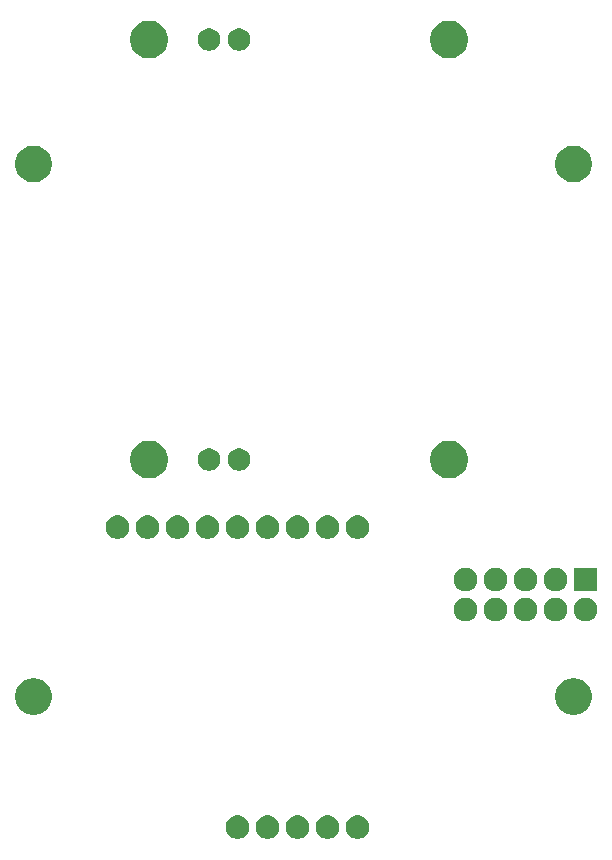
<source format=gbr>
G04 #@! TF.GenerationSoftware,KiCad,Pcbnew,(5.0.1-3-g963ef8bb5)*
G04 #@! TF.CreationDate,2019-04-02T14:04:59+07:00*
G04 #@! TF.ProjectId,STMaytal32-LoRa_Module_v2,53544D617974616C33322D4C6F52615F,rev?*
G04 #@! TF.SameCoordinates,Original*
G04 #@! TF.FileFunction,Soldermask,Top*
G04 #@! TF.FilePolarity,Negative*
%FSLAX46Y46*%
G04 Gerber Fmt 4.6, Leading zero omitted, Abs format (unit mm)*
G04 Created by KiCad (PCBNEW (5.0.1-3-g963ef8bb5)) date Tuesday, April 02, 2019 at 02:04:59 PM*
%MOMM*%
%LPD*%
G01*
G04 APERTURE LIST*
%ADD10C,0.100000*%
G04 APERTURE END LIST*
D10*
G36*
X149220988Y-133240304D02*
X149390710Y-133274063D01*
X149573336Y-133349709D01*
X149737694Y-133459530D01*
X149877470Y-133599306D01*
X149987291Y-133763664D01*
X150062937Y-133946290D01*
X150101500Y-134140164D01*
X150101500Y-134337836D01*
X150062937Y-134531710D01*
X149987291Y-134714336D01*
X149877470Y-134878694D01*
X149737694Y-135018470D01*
X149573336Y-135128291D01*
X149390710Y-135203937D01*
X149220988Y-135237696D01*
X149196837Y-135242500D01*
X148999163Y-135242500D01*
X148975012Y-135237696D01*
X148805290Y-135203937D01*
X148622664Y-135128291D01*
X148458306Y-135018470D01*
X148318530Y-134878694D01*
X148208709Y-134714336D01*
X148133063Y-134531710D01*
X148094500Y-134337836D01*
X148094500Y-134140164D01*
X148133063Y-133946290D01*
X148208709Y-133763664D01*
X148318530Y-133599306D01*
X148458306Y-133459530D01*
X148622664Y-133349709D01*
X148805290Y-133274063D01*
X148975012Y-133240304D01*
X148999163Y-133235500D01*
X149196837Y-133235500D01*
X149220988Y-133240304D01*
X149220988Y-133240304D01*
G37*
G36*
X146680988Y-133240304D02*
X146850710Y-133274063D01*
X147033336Y-133349709D01*
X147197694Y-133459530D01*
X147337470Y-133599306D01*
X147447291Y-133763664D01*
X147522937Y-133946290D01*
X147561500Y-134140164D01*
X147561500Y-134337836D01*
X147522937Y-134531710D01*
X147447291Y-134714336D01*
X147337470Y-134878694D01*
X147197694Y-135018470D01*
X147033336Y-135128291D01*
X146850710Y-135203937D01*
X146680988Y-135237696D01*
X146656837Y-135242500D01*
X146459163Y-135242500D01*
X146435012Y-135237696D01*
X146265290Y-135203937D01*
X146082664Y-135128291D01*
X145918306Y-135018470D01*
X145778530Y-134878694D01*
X145668709Y-134714336D01*
X145593063Y-134531710D01*
X145554500Y-134337836D01*
X145554500Y-134140164D01*
X145593063Y-133946290D01*
X145668709Y-133763664D01*
X145778530Y-133599306D01*
X145918306Y-133459530D01*
X146082664Y-133349709D01*
X146265290Y-133274063D01*
X146435012Y-133240304D01*
X146459163Y-133235500D01*
X146656837Y-133235500D01*
X146680988Y-133240304D01*
X146680988Y-133240304D01*
G37*
G36*
X144140988Y-133240304D02*
X144310710Y-133274063D01*
X144493336Y-133349709D01*
X144657694Y-133459530D01*
X144797470Y-133599306D01*
X144907291Y-133763664D01*
X144982937Y-133946290D01*
X145021500Y-134140164D01*
X145021500Y-134337836D01*
X144982937Y-134531710D01*
X144907291Y-134714336D01*
X144797470Y-134878694D01*
X144657694Y-135018470D01*
X144493336Y-135128291D01*
X144310710Y-135203937D01*
X144140988Y-135237696D01*
X144116837Y-135242500D01*
X143919163Y-135242500D01*
X143895012Y-135237696D01*
X143725290Y-135203937D01*
X143542664Y-135128291D01*
X143378306Y-135018470D01*
X143238530Y-134878694D01*
X143128709Y-134714336D01*
X143053063Y-134531710D01*
X143014500Y-134337836D01*
X143014500Y-134140164D01*
X143053063Y-133946290D01*
X143128709Y-133763664D01*
X143238530Y-133599306D01*
X143378306Y-133459530D01*
X143542664Y-133349709D01*
X143725290Y-133274063D01*
X143895012Y-133240304D01*
X143919163Y-133235500D01*
X144116837Y-133235500D01*
X144140988Y-133240304D01*
X144140988Y-133240304D01*
G37*
G36*
X141600988Y-133240304D02*
X141770710Y-133274063D01*
X141953336Y-133349709D01*
X142117694Y-133459530D01*
X142257470Y-133599306D01*
X142367291Y-133763664D01*
X142442937Y-133946290D01*
X142481500Y-134140164D01*
X142481500Y-134337836D01*
X142442937Y-134531710D01*
X142367291Y-134714336D01*
X142257470Y-134878694D01*
X142117694Y-135018470D01*
X141953336Y-135128291D01*
X141770710Y-135203937D01*
X141600988Y-135237696D01*
X141576837Y-135242500D01*
X141379163Y-135242500D01*
X141355012Y-135237696D01*
X141185290Y-135203937D01*
X141002664Y-135128291D01*
X140838306Y-135018470D01*
X140698530Y-134878694D01*
X140588709Y-134714336D01*
X140513063Y-134531710D01*
X140474500Y-134337836D01*
X140474500Y-134140164D01*
X140513063Y-133946290D01*
X140588709Y-133763664D01*
X140698530Y-133599306D01*
X140838306Y-133459530D01*
X141002664Y-133349709D01*
X141185290Y-133274063D01*
X141355012Y-133240304D01*
X141379163Y-133235500D01*
X141576837Y-133235500D01*
X141600988Y-133240304D01*
X141600988Y-133240304D01*
G37*
G36*
X139060988Y-133240304D02*
X139230710Y-133274063D01*
X139413336Y-133349709D01*
X139577694Y-133459530D01*
X139717470Y-133599306D01*
X139827291Y-133763664D01*
X139902937Y-133946290D01*
X139941500Y-134140164D01*
X139941500Y-134337836D01*
X139902937Y-134531710D01*
X139827291Y-134714336D01*
X139717470Y-134878694D01*
X139577694Y-135018470D01*
X139413336Y-135128291D01*
X139230710Y-135203937D01*
X139060988Y-135237696D01*
X139036837Y-135242500D01*
X138839163Y-135242500D01*
X138815012Y-135237696D01*
X138645290Y-135203937D01*
X138462664Y-135128291D01*
X138298306Y-135018470D01*
X138158530Y-134878694D01*
X138048709Y-134714336D01*
X137973063Y-134531710D01*
X137934500Y-134337836D01*
X137934500Y-134140164D01*
X137973063Y-133946290D01*
X138048709Y-133763664D01*
X138158530Y-133599306D01*
X138298306Y-133459530D01*
X138462664Y-133349709D01*
X138645290Y-133274063D01*
X138815012Y-133240304D01*
X138839163Y-133235500D01*
X139036837Y-133235500D01*
X139060988Y-133240304D01*
X139060988Y-133240304D01*
G37*
G36*
X167738527Y-121678736D02*
X167838410Y-121698604D01*
X168120674Y-121815521D01*
X168374705Y-121985259D01*
X168590741Y-122201295D01*
X168760479Y-122455326D01*
X168877396Y-122737590D01*
X168937000Y-123037240D01*
X168937000Y-123342760D01*
X168877396Y-123642410D01*
X168760479Y-123924674D01*
X168590741Y-124178705D01*
X168374705Y-124394741D01*
X168120674Y-124564479D01*
X167838410Y-124681396D01*
X167738527Y-124701264D01*
X167538762Y-124741000D01*
X167233238Y-124741000D01*
X167033473Y-124701264D01*
X166933590Y-124681396D01*
X166651326Y-124564479D01*
X166397295Y-124394741D01*
X166181259Y-124178705D01*
X166011521Y-123924674D01*
X165894604Y-123642410D01*
X165835000Y-123342760D01*
X165835000Y-123037240D01*
X165894604Y-122737590D01*
X166011521Y-122455326D01*
X166181259Y-122201295D01*
X166397295Y-121985259D01*
X166651326Y-121815521D01*
X166933590Y-121698604D01*
X167033473Y-121678736D01*
X167233238Y-121639000D01*
X167538762Y-121639000D01*
X167738527Y-121678736D01*
X167738527Y-121678736D01*
G37*
G36*
X122018527Y-121678736D02*
X122118410Y-121698604D01*
X122400674Y-121815521D01*
X122654705Y-121985259D01*
X122870741Y-122201295D01*
X123040479Y-122455326D01*
X123157396Y-122737590D01*
X123217000Y-123037240D01*
X123217000Y-123342760D01*
X123157396Y-123642410D01*
X123040479Y-123924674D01*
X122870741Y-124178705D01*
X122654705Y-124394741D01*
X122400674Y-124564479D01*
X122118410Y-124681396D01*
X122018527Y-124701264D01*
X121818762Y-124741000D01*
X121513238Y-124741000D01*
X121313473Y-124701264D01*
X121213590Y-124681396D01*
X120931326Y-124564479D01*
X120677295Y-124394741D01*
X120461259Y-124178705D01*
X120291521Y-123924674D01*
X120174604Y-123642410D01*
X120115000Y-123342760D01*
X120115000Y-123037240D01*
X120174604Y-122737590D01*
X120291521Y-122455326D01*
X120461259Y-122201295D01*
X120677295Y-121985259D01*
X120931326Y-121815521D01*
X121213590Y-121698604D01*
X121313473Y-121678736D01*
X121513238Y-121639000D01*
X121818762Y-121639000D01*
X122018527Y-121678736D01*
X122018527Y-121678736D01*
G37*
G36*
X163444988Y-114825304D02*
X163614710Y-114859063D01*
X163797336Y-114934709D01*
X163961694Y-115044530D01*
X164101470Y-115184306D01*
X164211291Y-115348664D01*
X164286937Y-115531290D01*
X164325500Y-115725164D01*
X164325500Y-115922836D01*
X164286937Y-116116710D01*
X164211291Y-116299336D01*
X164101470Y-116463694D01*
X163961694Y-116603470D01*
X163797336Y-116713291D01*
X163614710Y-116788937D01*
X163444988Y-116822696D01*
X163420837Y-116827500D01*
X163223163Y-116827500D01*
X163199012Y-116822696D01*
X163029290Y-116788937D01*
X162846664Y-116713291D01*
X162682306Y-116603470D01*
X162542530Y-116463694D01*
X162432709Y-116299336D01*
X162357063Y-116116710D01*
X162318500Y-115922836D01*
X162318500Y-115725164D01*
X162357063Y-115531290D01*
X162432709Y-115348664D01*
X162542530Y-115184306D01*
X162682306Y-115044530D01*
X162846664Y-114934709D01*
X163029290Y-114859063D01*
X163199012Y-114825304D01*
X163223163Y-114820500D01*
X163420837Y-114820500D01*
X163444988Y-114825304D01*
X163444988Y-114825304D01*
G37*
G36*
X158364988Y-114825304D02*
X158534710Y-114859063D01*
X158717336Y-114934709D01*
X158881694Y-115044530D01*
X159021470Y-115184306D01*
X159131291Y-115348664D01*
X159206937Y-115531290D01*
X159245500Y-115725164D01*
X159245500Y-115922836D01*
X159206937Y-116116710D01*
X159131291Y-116299336D01*
X159021470Y-116463694D01*
X158881694Y-116603470D01*
X158717336Y-116713291D01*
X158534710Y-116788937D01*
X158364988Y-116822696D01*
X158340837Y-116827500D01*
X158143163Y-116827500D01*
X158119012Y-116822696D01*
X157949290Y-116788937D01*
X157766664Y-116713291D01*
X157602306Y-116603470D01*
X157462530Y-116463694D01*
X157352709Y-116299336D01*
X157277063Y-116116710D01*
X157238500Y-115922836D01*
X157238500Y-115725164D01*
X157277063Y-115531290D01*
X157352709Y-115348664D01*
X157462530Y-115184306D01*
X157602306Y-115044530D01*
X157766664Y-114934709D01*
X157949290Y-114859063D01*
X158119012Y-114825304D01*
X158143163Y-114820500D01*
X158340837Y-114820500D01*
X158364988Y-114825304D01*
X158364988Y-114825304D01*
G37*
G36*
X168524988Y-114825304D02*
X168694710Y-114859063D01*
X168877336Y-114934709D01*
X169041694Y-115044530D01*
X169181470Y-115184306D01*
X169291291Y-115348664D01*
X169366937Y-115531290D01*
X169405500Y-115725164D01*
X169405500Y-115922836D01*
X169366937Y-116116710D01*
X169291291Y-116299336D01*
X169181470Y-116463694D01*
X169041694Y-116603470D01*
X168877336Y-116713291D01*
X168694710Y-116788937D01*
X168524988Y-116822696D01*
X168500837Y-116827500D01*
X168303163Y-116827500D01*
X168279012Y-116822696D01*
X168109290Y-116788937D01*
X167926664Y-116713291D01*
X167762306Y-116603470D01*
X167622530Y-116463694D01*
X167512709Y-116299336D01*
X167437063Y-116116710D01*
X167398500Y-115922836D01*
X167398500Y-115725164D01*
X167437063Y-115531290D01*
X167512709Y-115348664D01*
X167622530Y-115184306D01*
X167762306Y-115044530D01*
X167926664Y-114934709D01*
X168109290Y-114859063D01*
X168279012Y-114825304D01*
X168303163Y-114820500D01*
X168500837Y-114820500D01*
X168524988Y-114825304D01*
X168524988Y-114825304D01*
G37*
G36*
X165984988Y-114825304D02*
X166154710Y-114859063D01*
X166337336Y-114934709D01*
X166501694Y-115044530D01*
X166641470Y-115184306D01*
X166751291Y-115348664D01*
X166826937Y-115531290D01*
X166865500Y-115725164D01*
X166865500Y-115922836D01*
X166826937Y-116116710D01*
X166751291Y-116299336D01*
X166641470Y-116463694D01*
X166501694Y-116603470D01*
X166337336Y-116713291D01*
X166154710Y-116788937D01*
X165984988Y-116822696D01*
X165960837Y-116827500D01*
X165763163Y-116827500D01*
X165739012Y-116822696D01*
X165569290Y-116788937D01*
X165386664Y-116713291D01*
X165222306Y-116603470D01*
X165082530Y-116463694D01*
X164972709Y-116299336D01*
X164897063Y-116116710D01*
X164858500Y-115922836D01*
X164858500Y-115725164D01*
X164897063Y-115531290D01*
X164972709Y-115348664D01*
X165082530Y-115184306D01*
X165222306Y-115044530D01*
X165386664Y-114934709D01*
X165569290Y-114859063D01*
X165739012Y-114825304D01*
X165763163Y-114820500D01*
X165960837Y-114820500D01*
X165984988Y-114825304D01*
X165984988Y-114825304D01*
G37*
G36*
X160904988Y-114825304D02*
X161074710Y-114859063D01*
X161257336Y-114934709D01*
X161421694Y-115044530D01*
X161561470Y-115184306D01*
X161671291Y-115348664D01*
X161746937Y-115531290D01*
X161785500Y-115725164D01*
X161785500Y-115922836D01*
X161746937Y-116116710D01*
X161671291Y-116299336D01*
X161561470Y-116463694D01*
X161421694Y-116603470D01*
X161257336Y-116713291D01*
X161074710Y-116788937D01*
X160904988Y-116822696D01*
X160880837Y-116827500D01*
X160683163Y-116827500D01*
X160659012Y-116822696D01*
X160489290Y-116788937D01*
X160306664Y-116713291D01*
X160142306Y-116603470D01*
X160002530Y-116463694D01*
X159892709Y-116299336D01*
X159817063Y-116116710D01*
X159778500Y-115922836D01*
X159778500Y-115725164D01*
X159817063Y-115531290D01*
X159892709Y-115348664D01*
X160002530Y-115184306D01*
X160142306Y-115044530D01*
X160306664Y-114934709D01*
X160489290Y-114859063D01*
X160659012Y-114825304D01*
X160683163Y-114820500D01*
X160880837Y-114820500D01*
X160904988Y-114825304D01*
X160904988Y-114825304D01*
G37*
G36*
X160904988Y-112285304D02*
X161074710Y-112319063D01*
X161257336Y-112394709D01*
X161421694Y-112504530D01*
X161561470Y-112644306D01*
X161671291Y-112808664D01*
X161746937Y-112991290D01*
X161785500Y-113185164D01*
X161785500Y-113382836D01*
X161746937Y-113576710D01*
X161671291Y-113759336D01*
X161561470Y-113923694D01*
X161421694Y-114063470D01*
X161257336Y-114173291D01*
X161074710Y-114248937D01*
X160904988Y-114282696D01*
X160880837Y-114287500D01*
X160683163Y-114287500D01*
X160659012Y-114282696D01*
X160489290Y-114248937D01*
X160306664Y-114173291D01*
X160142306Y-114063470D01*
X160002530Y-113923694D01*
X159892709Y-113759336D01*
X159817063Y-113576710D01*
X159778500Y-113382836D01*
X159778500Y-113185164D01*
X159817063Y-112991290D01*
X159892709Y-112808664D01*
X160002530Y-112644306D01*
X160142306Y-112504530D01*
X160306664Y-112394709D01*
X160489290Y-112319063D01*
X160659012Y-112285304D01*
X160683163Y-112280500D01*
X160880837Y-112280500D01*
X160904988Y-112285304D01*
X160904988Y-112285304D01*
G37*
G36*
X163444988Y-112285304D02*
X163614710Y-112319063D01*
X163797336Y-112394709D01*
X163961694Y-112504530D01*
X164101470Y-112644306D01*
X164211291Y-112808664D01*
X164286937Y-112991290D01*
X164325500Y-113185164D01*
X164325500Y-113382836D01*
X164286937Y-113576710D01*
X164211291Y-113759336D01*
X164101470Y-113923694D01*
X163961694Y-114063470D01*
X163797336Y-114173291D01*
X163614710Y-114248937D01*
X163444988Y-114282696D01*
X163420837Y-114287500D01*
X163223163Y-114287500D01*
X163199012Y-114282696D01*
X163029290Y-114248937D01*
X162846664Y-114173291D01*
X162682306Y-114063470D01*
X162542530Y-113923694D01*
X162432709Y-113759336D01*
X162357063Y-113576710D01*
X162318500Y-113382836D01*
X162318500Y-113185164D01*
X162357063Y-112991290D01*
X162432709Y-112808664D01*
X162542530Y-112644306D01*
X162682306Y-112504530D01*
X162846664Y-112394709D01*
X163029290Y-112319063D01*
X163199012Y-112285304D01*
X163223163Y-112280500D01*
X163420837Y-112280500D01*
X163444988Y-112285304D01*
X163444988Y-112285304D01*
G37*
G36*
X158364988Y-112285304D02*
X158534710Y-112319063D01*
X158717336Y-112394709D01*
X158881694Y-112504530D01*
X159021470Y-112644306D01*
X159131291Y-112808664D01*
X159206937Y-112991290D01*
X159245500Y-113185164D01*
X159245500Y-113382836D01*
X159206937Y-113576710D01*
X159131291Y-113759336D01*
X159021470Y-113923694D01*
X158881694Y-114063470D01*
X158717336Y-114173291D01*
X158534710Y-114248937D01*
X158364988Y-114282696D01*
X158340837Y-114287500D01*
X158143163Y-114287500D01*
X158119012Y-114282696D01*
X157949290Y-114248937D01*
X157766664Y-114173291D01*
X157602306Y-114063470D01*
X157462530Y-113923694D01*
X157352709Y-113759336D01*
X157277063Y-113576710D01*
X157238500Y-113382836D01*
X157238500Y-113185164D01*
X157277063Y-112991290D01*
X157352709Y-112808664D01*
X157462530Y-112644306D01*
X157602306Y-112504530D01*
X157766664Y-112394709D01*
X157949290Y-112319063D01*
X158119012Y-112285304D01*
X158143163Y-112280500D01*
X158340837Y-112280500D01*
X158364988Y-112285304D01*
X158364988Y-112285304D01*
G37*
G36*
X169405500Y-114287500D02*
X167398500Y-114287500D01*
X167398500Y-112280500D01*
X169405500Y-112280500D01*
X169405500Y-114287500D01*
X169405500Y-114287500D01*
G37*
G36*
X165984988Y-112285304D02*
X166154710Y-112319063D01*
X166337336Y-112394709D01*
X166501694Y-112504530D01*
X166641470Y-112644306D01*
X166751291Y-112808664D01*
X166826937Y-112991290D01*
X166865500Y-113185164D01*
X166865500Y-113382836D01*
X166826937Y-113576710D01*
X166751291Y-113759336D01*
X166641470Y-113923694D01*
X166501694Y-114063470D01*
X166337336Y-114173291D01*
X166154710Y-114248937D01*
X165984988Y-114282696D01*
X165960837Y-114287500D01*
X165763163Y-114287500D01*
X165739012Y-114282696D01*
X165569290Y-114248937D01*
X165386664Y-114173291D01*
X165222306Y-114063470D01*
X165082530Y-113923694D01*
X164972709Y-113759336D01*
X164897063Y-113576710D01*
X164858500Y-113382836D01*
X164858500Y-113185164D01*
X164897063Y-112991290D01*
X164972709Y-112808664D01*
X165082530Y-112644306D01*
X165222306Y-112504530D01*
X165386664Y-112394709D01*
X165569290Y-112319063D01*
X165739012Y-112285304D01*
X165763163Y-112280500D01*
X165960837Y-112280500D01*
X165984988Y-112285304D01*
X165984988Y-112285304D01*
G37*
G36*
X128900988Y-107840304D02*
X129070710Y-107874063D01*
X129253336Y-107949709D01*
X129417694Y-108059530D01*
X129557470Y-108199306D01*
X129667291Y-108363664D01*
X129742937Y-108546290D01*
X129781500Y-108740164D01*
X129781500Y-108937836D01*
X129742937Y-109131710D01*
X129667291Y-109314336D01*
X129557470Y-109478694D01*
X129417694Y-109618470D01*
X129253336Y-109728291D01*
X129070710Y-109803937D01*
X128900988Y-109837696D01*
X128876837Y-109842500D01*
X128679163Y-109842500D01*
X128655012Y-109837696D01*
X128485290Y-109803937D01*
X128302664Y-109728291D01*
X128138306Y-109618470D01*
X127998530Y-109478694D01*
X127888709Y-109314336D01*
X127813063Y-109131710D01*
X127774500Y-108937836D01*
X127774500Y-108740164D01*
X127813063Y-108546290D01*
X127888709Y-108363664D01*
X127998530Y-108199306D01*
X128138306Y-108059530D01*
X128302664Y-107949709D01*
X128485290Y-107874063D01*
X128655012Y-107840304D01*
X128679163Y-107835500D01*
X128876837Y-107835500D01*
X128900988Y-107840304D01*
X128900988Y-107840304D01*
G37*
G36*
X139060988Y-107840304D02*
X139230710Y-107874063D01*
X139413336Y-107949709D01*
X139577694Y-108059530D01*
X139717470Y-108199306D01*
X139827291Y-108363664D01*
X139902937Y-108546290D01*
X139941500Y-108740164D01*
X139941500Y-108937836D01*
X139902937Y-109131710D01*
X139827291Y-109314336D01*
X139717470Y-109478694D01*
X139577694Y-109618470D01*
X139413336Y-109728291D01*
X139230710Y-109803937D01*
X139060988Y-109837696D01*
X139036837Y-109842500D01*
X138839163Y-109842500D01*
X138815012Y-109837696D01*
X138645290Y-109803937D01*
X138462664Y-109728291D01*
X138298306Y-109618470D01*
X138158530Y-109478694D01*
X138048709Y-109314336D01*
X137973063Y-109131710D01*
X137934500Y-108937836D01*
X137934500Y-108740164D01*
X137973063Y-108546290D01*
X138048709Y-108363664D01*
X138158530Y-108199306D01*
X138298306Y-108059530D01*
X138462664Y-107949709D01*
X138645290Y-107874063D01*
X138815012Y-107840304D01*
X138839163Y-107835500D01*
X139036837Y-107835500D01*
X139060988Y-107840304D01*
X139060988Y-107840304D01*
G37*
G36*
X133980988Y-107840304D02*
X134150710Y-107874063D01*
X134333336Y-107949709D01*
X134497694Y-108059530D01*
X134637470Y-108199306D01*
X134747291Y-108363664D01*
X134822937Y-108546290D01*
X134861500Y-108740164D01*
X134861500Y-108937836D01*
X134822937Y-109131710D01*
X134747291Y-109314336D01*
X134637470Y-109478694D01*
X134497694Y-109618470D01*
X134333336Y-109728291D01*
X134150710Y-109803937D01*
X133980988Y-109837696D01*
X133956837Y-109842500D01*
X133759163Y-109842500D01*
X133735012Y-109837696D01*
X133565290Y-109803937D01*
X133382664Y-109728291D01*
X133218306Y-109618470D01*
X133078530Y-109478694D01*
X132968709Y-109314336D01*
X132893063Y-109131710D01*
X132854500Y-108937836D01*
X132854500Y-108740164D01*
X132893063Y-108546290D01*
X132968709Y-108363664D01*
X133078530Y-108199306D01*
X133218306Y-108059530D01*
X133382664Y-107949709D01*
X133565290Y-107874063D01*
X133735012Y-107840304D01*
X133759163Y-107835500D01*
X133956837Y-107835500D01*
X133980988Y-107840304D01*
X133980988Y-107840304D01*
G37*
G36*
X136520988Y-107840304D02*
X136690710Y-107874063D01*
X136873336Y-107949709D01*
X137037694Y-108059530D01*
X137177470Y-108199306D01*
X137287291Y-108363664D01*
X137362937Y-108546290D01*
X137401500Y-108740164D01*
X137401500Y-108937836D01*
X137362937Y-109131710D01*
X137287291Y-109314336D01*
X137177470Y-109478694D01*
X137037694Y-109618470D01*
X136873336Y-109728291D01*
X136690710Y-109803937D01*
X136520988Y-109837696D01*
X136496837Y-109842500D01*
X136299163Y-109842500D01*
X136275012Y-109837696D01*
X136105290Y-109803937D01*
X135922664Y-109728291D01*
X135758306Y-109618470D01*
X135618530Y-109478694D01*
X135508709Y-109314336D01*
X135433063Y-109131710D01*
X135394500Y-108937836D01*
X135394500Y-108740164D01*
X135433063Y-108546290D01*
X135508709Y-108363664D01*
X135618530Y-108199306D01*
X135758306Y-108059530D01*
X135922664Y-107949709D01*
X136105290Y-107874063D01*
X136275012Y-107840304D01*
X136299163Y-107835500D01*
X136496837Y-107835500D01*
X136520988Y-107840304D01*
X136520988Y-107840304D01*
G37*
G36*
X141600988Y-107840304D02*
X141770710Y-107874063D01*
X141953336Y-107949709D01*
X142117694Y-108059530D01*
X142257470Y-108199306D01*
X142367291Y-108363664D01*
X142442937Y-108546290D01*
X142481500Y-108740164D01*
X142481500Y-108937836D01*
X142442937Y-109131710D01*
X142367291Y-109314336D01*
X142257470Y-109478694D01*
X142117694Y-109618470D01*
X141953336Y-109728291D01*
X141770710Y-109803937D01*
X141600988Y-109837696D01*
X141576837Y-109842500D01*
X141379163Y-109842500D01*
X141355012Y-109837696D01*
X141185290Y-109803937D01*
X141002664Y-109728291D01*
X140838306Y-109618470D01*
X140698530Y-109478694D01*
X140588709Y-109314336D01*
X140513063Y-109131710D01*
X140474500Y-108937836D01*
X140474500Y-108740164D01*
X140513063Y-108546290D01*
X140588709Y-108363664D01*
X140698530Y-108199306D01*
X140838306Y-108059530D01*
X141002664Y-107949709D01*
X141185290Y-107874063D01*
X141355012Y-107840304D01*
X141379163Y-107835500D01*
X141576837Y-107835500D01*
X141600988Y-107840304D01*
X141600988Y-107840304D01*
G37*
G36*
X131440988Y-107840304D02*
X131610710Y-107874063D01*
X131793336Y-107949709D01*
X131957694Y-108059530D01*
X132097470Y-108199306D01*
X132207291Y-108363664D01*
X132282937Y-108546290D01*
X132321500Y-108740164D01*
X132321500Y-108937836D01*
X132282937Y-109131710D01*
X132207291Y-109314336D01*
X132097470Y-109478694D01*
X131957694Y-109618470D01*
X131793336Y-109728291D01*
X131610710Y-109803937D01*
X131440988Y-109837696D01*
X131416837Y-109842500D01*
X131219163Y-109842500D01*
X131195012Y-109837696D01*
X131025290Y-109803937D01*
X130842664Y-109728291D01*
X130678306Y-109618470D01*
X130538530Y-109478694D01*
X130428709Y-109314336D01*
X130353063Y-109131710D01*
X130314500Y-108937836D01*
X130314500Y-108740164D01*
X130353063Y-108546290D01*
X130428709Y-108363664D01*
X130538530Y-108199306D01*
X130678306Y-108059530D01*
X130842664Y-107949709D01*
X131025290Y-107874063D01*
X131195012Y-107840304D01*
X131219163Y-107835500D01*
X131416837Y-107835500D01*
X131440988Y-107840304D01*
X131440988Y-107840304D01*
G37*
G36*
X149220988Y-107840304D02*
X149390710Y-107874063D01*
X149573336Y-107949709D01*
X149737694Y-108059530D01*
X149877470Y-108199306D01*
X149987291Y-108363664D01*
X150062937Y-108546290D01*
X150101500Y-108740164D01*
X150101500Y-108937836D01*
X150062937Y-109131710D01*
X149987291Y-109314336D01*
X149877470Y-109478694D01*
X149737694Y-109618470D01*
X149573336Y-109728291D01*
X149390710Y-109803937D01*
X149220988Y-109837696D01*
X149196837Y-109842500D01*
X148999163Y-109842500D01*
X148975012Y-109837696D01*
X148805290Y-109803937D01*
X148622664Y-109728291D01*
X148458306Y-109618470D01*
X148318530Y-109478694D01*
X148208709Y-109314336D01*
X148133063Y-109131710D01*
X148094500Y-108937836D01*
X148094500Y-108740164D01*
X148133063Y-108546290D01*
X148208709Y-108363664D01*
X148318530Y-108199306D01*
X148458306Y-108059530D01*
X148622664Y-107949709D01*
X148805290Y-107874063D01*
X148975012Y-107840304D01*
X148999163Y-107835500D01*
X149196837Y-107835500D01*
X149220988Y-107840304D01*
X149220988Y-107840304D01*
G37*
G36*
X146680988Y-107840304D02*
X146850710Y-107874063D01*
X147033336Y-107949709D01*
X147197694Y-108059530D01*
X147337470Y-108199306D01*
X147447291Y-108363664D01*
X147522937Y-108546290D01*
X147561500Y-108740164D01*
X147561500Y-108937836D01*
X147522937Y-109131710D01*
X147447291Y-109314336D01*
X147337470Y-109478694D01*
X147197694Y-109618470D01*
X147033336Y-109728291D01*
X146850710Y-109803937D01*
X146680988Y-109837696D01*
X146656837Y-109842500D01*
X146459163Y-109842500D01*
X146435012Y-109837696D01*
X146265290Y-109803937D01*
X146082664Y-109728291D01*
X145918306Y-109618470D01*
X145778530Y-109478694D01*
X145668709Y-109314336D01*
X145593063Y-109131710D01*
X145554500Y-108937836D01*
X145554500Y-108740164D01*
X145593063Y-108546290D01*
X145668709Y-108363664D01*
X145778530Y-108199306D01*
X145918306Y-108059530D01*
X146082664Y-107949709D01*
X146265290Y-107874063D01*
X146435012Y-107840304D01*
X146459163Y-107835500D01*
X146656837Y-107835500D01*
X146680988Y-107840304D01*
X146680988Y-107840304D01*
G37*
G36*
X144140988Y-107840304D02*
X144310710Y-107874063D01*
X144493336Y-107949709D01*
X144657694Y-108059530D01*
X144797470Y-108199306D01*
X144907291Y-108363664D01*
X144982937Y-108546290D01*
X145021500Y-108740164D01*
X145021500Y-108937836D01*
X144982937Y-109131710D01*
X144907291Y-109314336D01*
X144797470Y-109478694D01*
X144657694Y-109618470D01*
X144493336Y-109728291D01*
X144310710Y-109803937D01*
X144140988Y-109837696D01*
X144116837Y-109842500D01*
X143919163Y-109842500D01*
X143895012Y-109837696D01*
X143725290Y-109803937D01*
X143542664Y-109728291D01*
X143378306Y-109618470D01*
X143238530Y-109478694D01*
X143128709Y-109314336D01*
X143053063Y-109131710D01*
X143014500Y-108937836D01*
X143014500Y-108740164D01*
X143053063Y-108546290D01*
X143128709Y-108363664D01*
X143238530Y-108199306D01*
X143378306Y-108059530D01*
X143542664Y-107949709D01*
X143725290Y-107874063D01*
X143895012Y-107840304D01*
X143919163Y-107835500D01*
X144116837Y-107835500D01*
X144140988Y-107840304D01*
X144140988Y-107840304D01*
G37*
G36*
X157311995Y-101584525D02*
X157603358Y-101705212D01*
X157865578Y-101880422D01*
X158088578Y-102103422D01*
X158263788Y-102365642D01*
X158384475Y-102657005D01*
X158446000Y-102966315D01*
X158446000Y-103281685D01*
X158384475Y-103590995D01*
X158263788Y-103882358D01*
X158088578Y-104144578D01*
X157865578Y-104367578D01*
X157603358Y-104542788D01*
X157311995Y-104663475D01*
X157002685Y-104725000D01*
X156687315Y-104725000D01*
X156378005Y-104663475D01*
X156086642Y-104542788D01*
X155824422Y-104367578D01*
X155601422Y-104144578D01*
X155426212Y-103882358D01*
X155305525Y-103590995D01*
X155244000Y-103281685D01*
X155244000Y-102966315D01*
X155305525Y-102657005D01*
X155426212Y-102365642D01*
X155601422Y-102103422D01*
X155824422Y-101880422D01*
X156086642Y-101705212D01*
X156378005Y-101584525D01*
X156687315Y-101523000D01*
X157002685Y-101523000D01*
X157311995Y-101584525D01*
X157311995Y-101584525D01*
G37*
G36*
X131911995Y-101584525D02*
X132203358Y-101705212D01*
X132465578Y-101880422D01*
X132688578Y-102103422D01*
X132863788Y-102365642D01*
X132984475Y-102657005D01*
X133046000Y-102966315D01*
X133046000Y-103281685D01*
X132984475Y-103590995D01*
X132863788Y-103882358D01*
X132688578Y-104144578D01*
X132465578Y-104367578D01*
X132203358Y-104542788D01*
X131911995Y-104663475D01*
X131602685Y-104725000D01*
X131287315Y-104725000D01*
X130978005Y-104663475D01*
X130686642Y-104542788D01*
X130424422Y-104367578D01*
X130201422Y-104144578D01*
X130026212Y-103882358D01*
X129905525Y-103590995D01*
X129844000Y-103281685D01*
X129844000Y-102966315D01*
X129905525Y-102657005D01*
X130026212Y-102365642D01*
X130201422Y-102103422D01*
X130424422Y-101880422D01*
X130686642Y-101705212D01*
X130978005Y-101584525D01*
X131287315Y-101523000D01*
X131602685Y-101523000D01*
X131911995Y-101584525D01*
X131911995Y-101584525D01*
G37*
G36*
X139345312Y-102199930D02*
X139520205Y-102272373D01*
X139677605Y-102377544D01*
X139811456Y-102511395D01*
X139916627Y-102668795D01*
X139989070Y-102843688D01*
X140026000Y-103029348D01*
X140026000Y-103218652D01*
X139989070Y-103404312D01*
X139916627Y-103579205D01*
X139811456Y-103736605D01*
X139677605Y-103870456D01*
X139520205Y-103975627D01*
X139345312Y-104048070D01*
X139159652Y-104085000D01*
X138970348Y-104085000D01*
X138784688Y-104048070D01*
X138609795Y-103975627D01*
X138452395Y-103870456D01*
X138318544Y-103736605D01*
X138213373Y-103579205D01*
X138140930Y-103404312D01*
X138104000Y-103218652D01*
X138104000Y-103029348D01*
X138140930Y-102843688D01*
X138213373Y-102668795D01*
X138318544Y-102511395D01*
X138452395Y-102377544D01*
X138609795Y-102272373D01*
X138784688Y-102199930D01*
X138970348Y-102163000D01*
X139159652Y-102163000D01*
X139345312Y-102199930D01*
X139345312Y-102199930D01*
G37*
G36*
X136805312Y-102199930D02*
X136980205Y-102272373D01*
X137137605Y-102377544D01*
X137271456Y-102511395D01*
X137376627Y-102668795D01*
X137449070Y-102843688D01*
X137486000Y-103029348D01*
X137486000Y-103218652D01*
X137449070Y-103404312D01*
X137376627Y-103579205D01*
X137271456Y-103736605D01*
X137137605Y-103870456D01*
X136980205Y-103975627D01*
X136805312Y-104048070D01*
X136619652Y-104085000D01*
X136430348Y-104085000D01*
X136244688Y-104048070D01*
X136069795Y-103975627D01*
X135912395Y-103870456D01*
X135778544Y-103736605D01*
X135673373Y-103579205D01*
X135600930Y-103404312D01*
X135564000Y-103218652D01*
X135564000Y-103029348D01*
X135600930Y-102843688D01*
X135673373Y-102668795D01*
X135778544Y-102511395D01*
X135912395Y-102377544D01*
X136069795Y-102272373D01*
X136244688Y-102199930D01*
X136430348Y-102163000D01*
X136619652Y-102163000D01*
X136805312Y-102199930D01*
X136805312Y-102199930D01*
G37*
G36*
X167738527Y-76593736D02*
X167838410Y-76613604D01*
X168120674Y-76730521D01*
X168374705Y-76900259D01*
X168590741Y-77116295D01*
X168760479Y-77370326D01*
X168877396Y-77652590D01*
X168937000Y-77952240D01*
X168937000Y-78257760D01*
X168877396Y-78557410D01*
X168760479Y-78839674D01*
X168590741Y-79093705D01*
X168374705Y-79309741D01*
X168120674Y-79479479D01*
X167838410Y-79596396D01*
X167738527Y-79616264D01*
X167538762Y-79656000D01*
X167233238Y-79656000D01*
X167033473Y-79616264D01*
X166933590Y-79596396D01*
X166651326Y-79479479D01*
X166397295Y-79309741D01*
X166181259Y-79093705D01*
X166011521Y-78839674D01*
X165894604Y-78557410D01*
X165835000Y-78257760D01*
X165835000Y-77952240D01*
X165894604Y-77652590D01*
X166011521Y-77370326D01*
X166181259Y-77116295D01*
X166397295Y-76900259D01*
X166651326Y-76730521D01*
X166933590Y-76613604D01*
X167033473Y-76593736D01*
X167233238Y-76554000D01*
X167538762Y-76554000D01*
X167738527Y-76593736D01*
X167738527Y-76593736D01*
G37*
G36*
X122018527Y-76593736D02*
X122118410Y-76613604D01*
X122400674Y-76730521D01*
X122654705Y-76900259D01*
X122870741Y-77116295D01*
X123040479Y-77370326D01*
X123157396Y-77652590D01*
X123217000Y-77952240D01*
X123217000Y-78257760D01*
X123157396Y-78557410D01*
X123040479Y-78839674D01*
X122870741Y-79093705D01*
X122654705Y-79309741D01*
X122400674Y-79479479D01*
X122118410Y-79596396D01*
X122018527Y-79616264D01*
X121818762Y-79656000D01*
X121513238Y-79656000D01*
X121313473Y-79616264D01*
X121213590Y-79596396D01*
X120931326Y-79479479D01*
X120677295Y-79309741D01*
X120461259Y-79093705D01*
X120291521Y-78839674D01*
X120174604Y-78557410D01*
X120115000Y-78257760D01*
X120115000Y-77952240D01*
X120174604Y-77652590D01*
X120291521Y-77370326D01*
X120461259Y-77116295D01*
X120677295Y-76900259D01*
X120931326Y-76730521D01*
X121213590Y-76613604D01*
X121313473Y-76593736D01*
X121513238Y-76554000D01*
X121818762Y-76554000D01*
X122018527Y-76593736D01*
X122018527Y-76593736D01*
G37*
G36*
X157311995Y-66024525D02*
X157603358Y-66145212D01*
X157865578Y-66320422D01*
X158088578Y-66543422D01*
X158263788Y-66805642D01*
X158384475Y-67097005D01*
X158446000Y-67406315D01*
X158446000Y-67721685D01*
X158384475Y-68030995D01*
X158263788Y-68322358D01*
X158088578Y-68584578D01*
X157865578Y-68807578D01*
X157603358Y-68982788D01*
X157311995Y-69103475D01*
X157002685Y-69165000D01*
X156687315Y-69165000D01*
X156378005Y-69103475D01*
X156086642Y-68982788D01*
X155824422Y-68807578D01*
X155601422Y-68584578D01*
X155426212Y-68322358D01*
X155305525Y-68030995D01*
X155244000Y-67721685D01*
X155244000Y-67406315D01*
X155305525Y-67097005D01*
X155426212Y-66805642D01*
X155601422Y-66543422D01*
X155824422Y-66320422D01*
X156086642Y-66145212D01*
X156378005Y-66024525D01*
X156687315Y-65963000D01*
X157002685Y-65963000D01*
X157311995Y-66024525D01*
X157311995Y-66024525D01*
G37*
G36*
X131911995Y-66024525D02*
X132203358Y-66145212D01*
X132465578Y-66320422D01*
X132688578Y-66543422D01*
X132863788Y-66805642D01*
X132984475Y-67097005D01*
X133046000Y-67406315D01*
X133046000Y-67721685D01*
X132984475Y-68030995D01*
X132863788Y-68322358D01*
X132688578Y-68584578D01*
X132465578Y-68807578D01*
X132203358Y-68982788D01*
X131911995Y-69103475D01*
X131602685Y-69165000D01*
X131287315Y-69165000D01*
X130978005Y-69103475D01*
X130686642Y-68982788D01*
X130424422Y-68807578D01*
X130201422Y-68584578D01*
X130026212Y-68322358D01*
X129905525Y-68030995D01*
X129844000Y-67721685D01*
X129844000Y-67406315D01*
X129905525Y-67097005D01*
X130026212Y-66805642D01*
X130201422Y-66543422D01*
X130424422Y-66320422D01*
X130686642Y-66145212D01*
X130978005Y-66024525D01*
X131287315Y-65963000D01*
X131602685Y-65963000D01*
X131911995Y-66024525D01*
X131911995Y-66024525D01*
G37*
G36*
X139345312Y-66639930D02*
X139520205Y-66712373D01*
X139677605Y-66817544D01*
X139811456Y-66951395D01*
X139916627Y-67108795D01*
X139989070Y-67283688D01*
X140026000Y-67469348D01*
X140026000Y-67658652D01*
X139989070Y-67844312D01*
X139916627Y-68019205D01*
X139811456Y-68176605D01*
X139677605Y-68310456D01*
X139520205Y-68415627D01*
X139345312Y-68488070D01*
X139159652Y-68525000D01*
X138970348Y-68525000D01*
X138784688Y-68488070D01*
X138609795Y-68415627D01*
X138452395Y-68310456D01*
X138318544Y-68176605D01*
X138213373Y-68019205D01*
X138140930Y-67844312D01*
X138104000Y-67658652D01*
X138104000Y-67469348D01*
X138140930Y-67283688D01*
X138213373Y-67108795D01*
X138318544Y-66951395D01*
X138452395Y-66817544D01*
X138609795Y-66712373D01*
X138784688Y-66639930D01*
X138970348Y-66603000D01*
X139159652Y-66603000D01*
X139345312Y-66639930D01*
X139345312Y-66639930D01*
G37*
G36*
X136805312Y-66639930D02*
X136980205Y-66712373D01*
X137137605Y-66817544D01*
X137271456Y-66951395D01*
X137376627Y-67108795D01*
X137449070Y-67283688D01*
X137486000Y-67469348D01*
X137486000Y-67658652D01*
X137449070Y-67844312D01*
X137376627Y-68019205D01*
X137271456Y-68176605D01*
X137137605Y-68310456D01*
X136980205Y-68415627D01*
X136805312Y-68488070D01*
X136619652Y-68525000D01*
X136430348Y-68525000D01*
X136244688Y-68488070D01*
X136069795Y-68415627D01*
X135912395Y-68310456D01*
X135778544Y-68176605D01*
X135673373Y-68019205D01*
X135600930Y-67844312D01*
X135564000Y-67658652D01*
X135564000Y-67469348D01*
X135600930Y-67283688D01*
X135673373Y-67108795D01*
X135778544Y-66951395D01*
X135912395Y-66817544D01*
X136069795Y-66712373D01*
X136244688Y-66639930D01*
X136430348Y-66603000D01*
X136619652Y-66603000D01*
X136805312Y-66639930D01*
X136805312Y-66639930D01*
G37*
M02*

</source>
